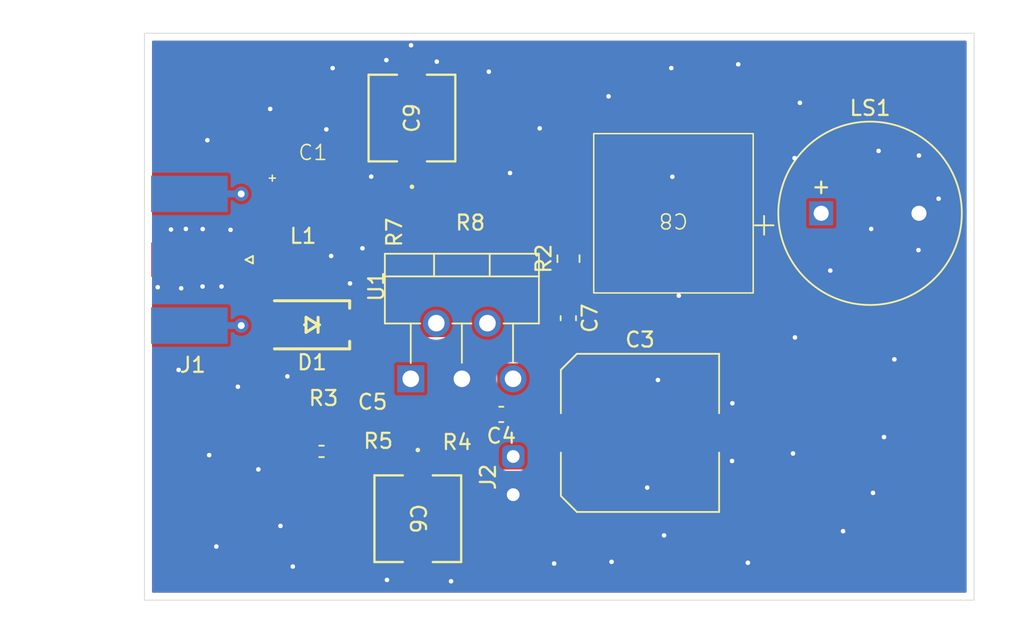
<source format=kicad_pcb>
(kicad_pcb (version 20240108) (generator "pcbnew") (generator_version "8.0")
  (layers (0 "F.Cu" signal) (31 "B.Cu" signal) (34 "B.Paste" user) (35 "F.Paste" user) (36 "B.SilkS" user "B.Silkscreen") (37 "F.SilkS" user "F.Silkscreen") (38 "B.Mask" user) (39 "F.Mask" user) (44 "Edge.Cuts" user))
  (net 0 "")
  (net 1 "GND")
  (net 2 "Net-(D1-A)")
  (net 3 "/V+")
  (net 4 "Net-(U1-+)")
  (net 5 "Net-(C6-Pad1)")
  (net 6 "Net-(C7-Pad1)")
  (net 7 "Net-(LS1-+)")
  (net 8 "/V_F")
  (net 9 "Net-(C9-Pad1)")
  (net 10 "Net-(U1--)")
  (net 11 "/VSS")
  (footprint "Capacitor_SMD:Cap_Elec_10.4x10.4" (layer "F.Cu") (at 181.6247 61.27 180)
    (property "Reference" "C8" (at 0 -0.5 180) (layer "F.SilkS") (effects (font (thickness 0.1))))
    (property "Value" "2200uF")
    (fp_line (start -6.025 -1.425) (end -6.025 -0.175) (stroke (width 0.12)) (layer "F.SilkS"))
    (fp_line (start -6.65 -0.8) (end -5.4 -0.8) (stroke (width 0.12)) (layer "F.SilkS"))
    (fp_rect (start -5.3 -5.3) (end 5.3 5.3) (stroke (width 0.1)) (fill none) (layer "F.SilkS"))
    (pad "1" smd roundrect (at -3.7 0 180) (size 3 1) (layers "F.Cu" "F.Paste" "F.Mask") (roundrect_rratio 0.1) (net 7 "Net-(LS1-+)"))
    (pad "2" smd roundrect (at 3.7 0 180) (size 3 1) (layers "F.Cu" "F.Paste" "F.Mask") (roundrect_rratio 0.1) (net 8 "/V_F"))
  )
  (footprint "Capacitor_SMD:C_Elec_10x10.2" (layer "F.Cu") (at 179.4 75.88)
    (property "Reference" "C3" (at 0 -6.2 0) (layer "F.SilkS"))
    (property "Value" "100uF")
    (fp_line (start -5.26 -4.195563) (end -5.26 -1.31) (stroke (width 0.12)) (layer "F.SilkS"))
    (fp_line (start -5.26 -4.195563) (end -4.195563 -5.26) (stroke (width 0.12)) (layer "F.SilkS"))
    (fp_line (start -5.26 4.195563) (end -5.26 1.31) (stroke (width 0.12)) (layer "F.SilkS"))
    (fp_line (start -5.26 4.195563) (end -4.195563 5.26) (stroke (width 0.12)) (layer "F.SilkS"))
    (fp_line (start -4.195563 -5.26) (end 5.26 -5.26) (stroke (width 0.12)) (layer "F.SilkS"))
    (fp_line (start -4.195563 5.26) (end 5.26 5.26) (stroke (width 0.12)) (layer "F.SilkS"))
    (fp_line (start 5.26 -5.26) (end 5.26 -1.31) (stroke (width 0.12)) (layer "F.SilkS"))
    (fp_line (start 5.26 5.26) (end 5.26 1.31) (stroke (width 0.12)) (layer "F.SilkS"))
    (pad "1" smd roundrect (at -4.4 0) (size 4.6 2.1) (layers "F.Cu" "F.Paste" "F.Mask") (roundrect_rratio 0.119048) (net 11 "/VSS"))
    (pad "2" smd roundrect (at 4.4 0) (size 4.6 2.1) (layers "F.Cu" "F.Paste" "F.Mask") (roundrect_rratio 0.119048) (net 1 "GND"))
  )
  (footprint "Variable Capacitors:Murata_7-50pF" (layer "F.Cu") (at 157.65625 59.93)
    (property "Reference" "C1" (at 0 -2.7 0) (layer "F.SilkS") (effects (font (thickness 0.1))))
    (property "Value" "7-50pF")
    (fp_line (start -2.9 -1) (end -2.5 -1) (stroke (width 0.1)) (layer "F.SilkS"))
    (fp_line (start -2.7 -1.2) (end -2.7 -0.8) (stroke (width 0.1)) (layer "F.SilkS"))
    (pad "1" smd rect (at -2 0) (size 1.075 1.25) (layers "F.Cu" "F.Paste" "F.Mask") (net 2 "Net-(D1-A)"))
    (pad "2" smd rect (at 2 0) (size 1.075 1.25) (layers "F.Cu" "F.Paste" "F.Mask") (net 1 "GND"))
  )
  (footprint "yume:Yu-R_0402_mil" (layer "F.Cu") (at 162 77.59)
    (property "Reference" "R5" (at 0 -1.17 0) (layer "F.SilkS"))
    (property "Value" "22k")
    (pad "1" smd roundrect (at -0.5 0) (size 0.6 0.6) (layers "F.Cu" "F.Paste" "F.Mask") (net 1 "GND"))
    (pad "2" smd roundrect (at 0.5 0) (size 0.6 0.6) (layers "F.Cu" "F.Paste" "F.Mask") (net 5 "Net-(C6-Pad1)"))
  )
  (footprint "Resistor_SMD:R_0805_2012Metric" (layer "F.Cu") (at 174.6447 64.2894 90)
    (property "Reference" "R2" (at 0 -1.65 90) (layer "F.SilkS"))
    (property "Value" "1")
    (fp_line (start -0.227064 -0.735) (end 0.227064 -0.735) (stroke (width 0.12)) (layer "F.SilkS"))
    (fp_line (start -0.227064 0.735) (end 0.227064 0.735) (stroke (width 0.12)) (layer "F.SilkS"))
    (pad "1" smd roundrect (at -0.9125 0 90) (size 1.025 1.4) (layers "F.Cu" "F.Paste" "F.Mask") (roundrect_rratio 0.243902) (net 6 "Net-(C7-Pad1)"))
    (pad "2" smd roundrect (at 0.9125 0 90) (size 1.025 1.4) (layers "F.Cu" "F.Paste" "F.Mask") (roundrect_rratio 0.243902) (net 8 "/V_F"))
  )
  (footprint "yume:Yu-R_0402_mil" (layer "F.Cu") (at 167.2 77.63)
    (property "Reference" "R4" (at 0.04 -1.13 0) (layer "F.SilkS"))
    (property "Value" "22k")
    (pad "1" smd roundrect (at -0.5 0) (size 0.6 0.6) (layers "F.Cu" "F.Paste" "F.Mask") (net 5 "Net-(C6-Pad1)"))
    (pad "2" smd roundrect (at 0.5 0) (size 0.6 0.6) (layers "F.Cu" "F.Paste" "F.Mask") (net 11 "/VSS"))
  )
  (footprint "yume:Yu-R_0402_mil" (layer "F.Cu") (at 164.24 62.5349 90)
    (property "Reference" "R7" (at 0 -1.17 90) (layer "F.SilkS"))
    (property "Value" "10k")
    (pad "1" smd roundrect (at -0.5 0 90) (size 0.6 0.6) (layers "F.Cu" "F.Paste" "F.Mask") (net 10 "Net-(U1--)"))
    (pad "2" smd roundrect (at 0.5 0 90) (size 0.6 0.6) (layers "F.Cu" "F.Paste" "F.Mask") (net 9 "Net-(C9-Pad1)"))
  )
  (footprint "yume:Yu-D_SMA" (layer "F.Cu") (at 157.6 68.69 180)
    (property "Reference" "D1" (at 0 -2.5 0) (layer "F.SilkS"))
    (property "Value" "D")
    (fp_line (start 0.4 0.5) (end -0.4 0) (stroke (width 0.2)) (layer "F.SilkS"))
    (fp_line (start 0.4 0) (end 0.5 0) (stroke (width 0.2)) (layer "F.SilkS"))
    (fp_line (start 0.4 -0.5) (end 0.4 0.5) (stroke (width 0.2)) (layer "F.SilkS"))
    (fp_line (start -0.4 0) (end 0.4 -0.5) (stroke (width 0.2)) (layer "F.SilkS"))
    (fp_line (start -0.4 0) (end -0.5 0) (stroke (width 0.2)) (layer "F.SilkS"))
    (fp_line (start -0.4 -0.5) (end -0.4 0.5) (stroke (width 0.2)) (layer "F.SilkS"))
    (fp_line (start -2.5 1.6) (end 2.5 1.6) (stroke (width 0.2)) (layer "F.SilkS"))
    (fp_line (start -2.5 1.1) (end -2.5 1.6) (stroke (width 0.2)) (layer "F.SilkS"))
    (fp_line (start -2.5 -1.6) (end 2.5 -1.6) (stroke (width 0.2)) (layer "F.SilkS"))
    (fp_line (start -2.5 -1.6) (end -2.5 -1.1) (stroke (width 0.2)) (layer "F.SilkS"))
    (pad "1" smd roundrect (at -2 0 180) (size 2.5 1.8) (layers "F.Cu" "F.Paste" "F.Mask") (net 3 "/V+"))
    (pad "2" smd roundrect (at 2 0 180) (size 2.5 1.8) (layers "F.Cu" "F.Paste" "F.Mask") (net 2 "Net-(D1-A)"))
  )
  (footprint "Buzzer_Beeper:MagneticBuzzer_ProSignal_ABT-410-RC" (layer "F.Cu") (at 191.4447 61.27)
    (property "Reference" "LS1" (at 3.25 -7 0) (layer "F.SilkS"))
    (property "Value" "Earphone")
    (fp_circle (center 3.25 0) (end 9.35 0) (stroke (width 0.12)) (fill none) (layer "F.SilkS"))
    (fp_text user "+" (at 0 -1.8 0) (layer "F.SilkS"))
    (pad "1" thru_hole rect (at 0 0) (size 1.6 1.6) (drill 1) (layers "*.Cu" "*.Mask") (net 7 "Net-(LS1-+)"))
    (pad "2" thru_hole circle (at 6.5 0) (size 1.6 1.6) (drill 1) (layers "*.Cu" "*.Mask") (net 1 "GND"))
  )
  (footprint "yume:Yu-R_0402_mil" (layer "F.Cu") (at 158.35 72.64 180)
    (property "Reference" "R3" (at -0.01 -0.93 0) (layer "F.SilkS"))
    (property "Value" "1M")
    (pad "1" smd roundrect (at -0.5 0 180) (size 0.6 0.6) (layers "F.Cu" "F.Paste" "F.Mask") (net 3 "/V+"))
    (pad "2" smd roundrect (at 0.5 0 180) (size 0.6 0.6) (layers "F.Cu" "F.Paste" "F.Mask") (net 1 "GND"))
  )
  (footprint "Capacitor_SMD:C_0603_1608Metric" (layer "F.Cu") (at 170.18 74.65 180)
    (property "Reference" "C4" (at 0 -1.43 0) (layer "F.SilkS"))
    (property "Value" "0.2nF")
    (fp_line (start -0.14058 0.51) (end 0.14058 0.51) (stroke (width 0.12)) (layer "F.SilkS"))
    (fp_line (start -0.14058 -0.51) (end 0.14058 -0.51) (stroke (width 0.12)) (layer "F.SilkS"))
    (pad "1" smd roundrect (at -0.775 0 180) (size 0.9 0.95) (layers "F.Cu" "F.Paste" "F.Mask") (net 11 "/VSS"))
    (pad "2" smd roundrect (at 0.775 0 180) (size 0.9 0.95) (layers "F.Cu" "F.Paste" "F.Mask") (net 1 "GND"))
  )
  (footprint "yume:Yu-L_0603_mil" (layer "F.Cu") (at 157 64.21)
    (property "Reference" "L1" (at 0 -1.43 0) (layer "F.SilkS"))
    (property "Value" "1mH")
    (pad "1" smd roundrect (at -0.75 0) (size 0.9 0.9) (layers "F.Cu" "F.Paste" "F.Mask") (net 2 "Net-(D1-A)"))
    (pad "2" smd roundrect (at 0.75 0) (size 0.9 0.9) (layers "F.Cu" "F.Paste" "F.Mask") (net 1 "GND"))
  )
  (footprint "Capacitor_SMD:CAP_B6-SVPK_PAN-M" (layer "F.Cu") (at 164.63 81.5894 -90)
    (property "Reference" "C6" (at 0 0 -90) (layer "F.SilkS"))
    (property "Value" "10uF")
    (fp_line (start -2.8829 2.8829) (end 2.8829 2.8829) (stroke (width 0.1524)) (layer "F.SilkS"))
    (fp_line (start 2.8829 2.8829) (end 2.8829 0.99314) (stroke (width 0.1524)) (layer "F.SilkS"))
    (fp_line (start -2.8829 0.99314) (end -2.8829 2.8829) (stroke (width 0.1524)) (layer "F.SilkS"))
    (fp_line (start 2.8829 -0.99314) (end 2.8829 -2.8829) (stroke (width 0.1524)) (layer "F.SilkS"))
    (fp_line (start -2.8829 -2.8829) (end -2.8829 -0.99314) (stroke (width 0.1524)) (layer "F.SilkS"))
    (fp_line (start 2.8829 -2.8829) (end -2.8829 -2.8829) (stroke (width 0.1524)) (layer "F.SilkS"))
    (fp_circle (center -4.572 0) (end -4.4958 0) (stroke (width 0.1524)) (fill none) (layer "F.SilkS"))
    (pad "1" smd rect (at -2.2606 0 270) (size 3.0988 1.3208) (layers "F.Cu" "F.Paste" "F.Mask") (net 5 "Net-(C6-Pad1)"))
    (pad "2" smd rect (at 2.2606 0 270) (size 3.0988 1.3208) (layers "F.Cu" "F.Paste" "F.Mask") (net 1 "GND"))
    (zone (net 0) (net_name "") (layer "F.Cu") (connect_pads (clearance 0)) (min_thickness 0.254)
      (keepout (tracks not_allowed) (vias not_allowed) (pads allowed) (copperpour not_allowed) (footprints allowed))
      (fill (thermal_gap 0.508) (thermal_bridge_width 0.508))
      (polygon (pts (xy 163.9188 78.8843) (xy 163.9188 84.2945) (xy 161.9249 84.2945) (xy 161.9249 78.8843)))
    )
    (zone (net 0) (net_name "") (layer "F.Cu") (connect_pads (clearance 0)) (min_thickness 0.254)
      (keepout (tracks not_allowed) (vias not_allowed) (pads allowed) (copperpour not_allowed) (footprints allowed))
      (fill (thermal_gap 0.508) (thermal_bridge_width 0.508))
      (polygon (pts (xy 165.3412 80.929) (xy 165.3412 82.2498) (xy 163.9188 82.2498) (xy 163.9188 80.929)))
    )
    (zone (net 0) (net_name "") (layer "F.Cu") (connect_pads (clearance 0)) (min_thickness 0.254)
      (keepout (tracks not_allowed) (vias not_allowed) (pads allowed) (copperpour not_allowed) (footprints allowed))
      (fill (thermal_gap 0.508) (thermal_bridge_width 0.508))
      (polygon (pts (xy 167.3351 78.8843) (xy 167.3351 84.2945) (xy 165.3412 84.2945) (xy 165.3412 78.8843)))
    )
  )
  (footprint "Capacitor_SMD:CAP_B6-SVPK_PAN-M" (layer "F.Cu") (at 164.24 54.9349 90)
    (property "Reference" "C9" (at 0 0 90) (layer "F.SilkS"))
    (property "Value" "10uF")
    (fp_line (start 2.8829 -2.8829) (end -2.8829 -2.8829) (stroke (width 0.1524)) (layer "F.SilkS"))
    (fp_line (start -2.8829 -2.8829) (end -2.8829 -0.99314) (stroke (width 0.1524)) (layer "F.SilkS"))
    (fp_line (start 2.8829 -0.99314) (end 2.8829 -2.8829) (stroke (width 0.1524)) (layer "F.SilkS"))
    (fp_line (start -2.8829 0.99314) (end -2.8829 2.8829) (stroke (width 0.1524)) (layer "F.SilkS"))
    (fp_line (start 2.8829 2.8829) (end 2.8829 0.99314) (stroke (width 0.1524)) (layer "F.SilkS"))
    (fp_line (start -2.8829 2.8829) (end 2.8829 2.8829) (stroke (width 0.1524)) (layer "F.SilkS"))
    (fp_circle (center -4.572 0) (end -4.4958 0) (stroke (width 0.1524)) (fill none) (layer "F.SilkS"))
    (pad "1" smd rect (at -2.2606 0 90) (size 3.0988 1.3208) (layers "F.Cu" "F.Paste" "F.Mask") (net 9 "Net-(C9-Pad1)"))
    (pad "2" smd rect (at 2.2606 0 90) (size 3.0988 1.3208) (layers "F.Cu" "F.Paste" "F.Mask") (net 1 "GND"))
    (zone (net 0) (net_name "") (layer "F.Cu") (connect_pads (clearance 0)) (min_thickness 0.254)
      (keepout (tracks not_allowed) (vias not_allowed) (pads allowed) (copperpour not_allowed) (footprints allowed))
      (fill (thermal_gap 0.508) (thermal_bridge_width 0.508))
      (polygon (pts (xy 161.5349 57.64) (xy 161.5349 52.2298) (xy 163.5288 52.2298) (xy 163.5288 57.64)))
    )
    (zone (net 0) (net_name "") (layer "F.Cu") (connect_pads (clearance 0)) (min_thickness 0.254)
      (keepout (tracks not_allowed) (vias not_allowed) (pads allowed) (copperpour not_allowed) (footprints allowed))
      (fill (thermal_gap 0.508) (thermal_bridge_width 0.508))
      (polygon (pts (xy 163.5288 55.5953) (xy 163.5288 54.2745) (xy 164.9512 54.2745) (xy 164.9512 55.5953)))
    )
    (zone (net 0) (net_name "") (layer "F.Cu") (connect_pads (clearance 0)) (min_thickness 0.254)
      (keepout (tracks not_allowed) (vias not_allowed) (pads allowed) (copperpour not_allowed) (footprints allowed))
      (fill (thermal_gap 0.508) (thermal_bridge_width 0.508))
      (polygon (pts (xy 164.9512 57.64) (xy 164.9512 52.2298) (xy 166.9451 52.2298) (xy 166.9451 57.64)))
    )
  )
  (footprint "yume:Yu-C_0402_mil" (layer "F.Cu") (at 158.33 74.74 180)
    (property "Reference" "C2" (hide yes))
    (property "Value" "22uF")
    (pad "1" smd roundrect (at -0.5 0 180) (size 0.6 0.6) (layers "F.Cu" "F.Paste" "F.Mask") (net 3 "/V+"))
    (pad "2" smd roundrect (at 0.5 0 180) (size 0.6 0.6) (layers "F.Cu" "F.Paste" "F.Mask") (net 1 "GND"))
  )
  (footprint "yume:Yu-Pin-1x02-2.54-1.5-0.85-1" (layer "F.Cu") (at 170.97 77.45)
    (property "Reference" "J2" (at -1.67 1.36 90) (layer "F.SilkS"))
    (property "Value" "Conn_01x02_Pin")
    (pad "1" thru_hole roundrect (at 0 0) (size 1.5 1.5) (drill 0.85) (layers "*.Cu" "*.Mask") (net 11 "/VSS"))
    (pad "2" thru_hole circle (at 0 2.54) (size 1.5 1.5) (drill 0.85) (layers "*.Cu" "*.Mask") (net 1 "GND"))
  )
  (footprint "Connector_Coaxial:SMA_Molex_73251-1153_EdgeMount_Horizontal" (layer "F.Cu") (at 151.17 64.36)
    (property "Reference" "J1" (at -1.5 7 0) (layer "F.SilkS"))
    (property "Value" "Conn_Coaxial")
    (fp_line (start 2 0) (end 2.5 -0.25) (stroke (width 0.12)) (layer "F.SilkS"))
    (fp_line (start 2.5 -0.25) (end 2.5 0.25) (stroke (width 0.12)) (layer "F.SilkS"))
    (fp_line (start 2.5 0.25) (end 2 0) (stroke (width 0.12)) (layer "F.SilkS"))
    (pad "1" smd rect (at -1.72 0) (size 5.08 2.29) (layers "F.Cu" "F.Paste" "F.Mask") (net 1 "GND"))
    (pad "2" smd rect (at -1.72 -4.38) (size 5.08 2.42) (layers "F.Cu" "F.Paste" "F.Mask") (net 2 "Net-(D1-A)"))
    (pad "2" smd rect (at -1.72 -4.38) (size 5.08 2.42) (layers "B.Cu" "B.Paste" "B.Mask") (net 2 "Net-(D1-A)"))
    (pad "2" smd rect (at -1.72 4.38) (size 5.08 2.42) (layers "F.Cu" "F.Paste" "F.Mask") (net 2 "Net-(D1-A)"))
    (pad "2" smd rect (at -1.72 4.38) (size 5.08 2.42) (layers "B.Cu" "B.Paste" "B.Mask") (net 2 "Net-(D1-A)"))
    (pad "2" smd rect (at 1.27 -4.38) (size 0.95 0.46) (layers "F.Cu") (net 2 "Net-(D1-A)"))
    (pad "2" smd rect (at 1.27 -4.38) (size 0.95 0.46) (layers "B.Cu") (net 2 "Net-(D1-A)"))
    (pad "2" smd rect (at 1.27 4.38) (size 0.95 0.46) (layers "F.Cu") (net 2 "Net-(D1-A)"))
    (pad "2" smd rect (at 1.27 4.38) (size 0.95 0.46) (layers "B.Cu") (net 2 "Net-(D1-A)"))
    (pad "2" thru_hole circle (at 1.72 -4.38) (size 0.97 0.97) (drill 0.46) (layers "*.Cu") (net 2 "Net-(D1-A)"))
    (pad "2" thru_hole circle (at 1.72 4.38) (size 0.97 0.97) (drill 0.46) (layers "*.Cu") (net 2 "Net-(D1-A)"))
  )
  (footprint "Package_TO_SOT_THT:TO-220-5_P3.4x3.7mm_StaggerOdd_Lead3.8mm_Vertical" (layer "F.Cu") (at 164.16 72.28)
    (property "Reference" "U1" (at -2.29 -6.15 90) (layer "F.SilkS"))
    (property "Value" "LM1875")
    (fp_line (start -1.721 -8.32) (end -1.721 -3.679) (stroke (width 0.12)) (layer "F.SilkS"))
    (fp_line (start -1.721 -8.32) (end 8.52 -8.32) (stroke (width 0.12)) (layer "F.SilkS"))
    (fp_line (start -1.721 -6.811) (end 8.52 -6.811) (stroke (width 0.12)) (layer "F.SilkS"))
    (fp_line (start -1.721 -3.679) (end 0.635 -3.679) (stroke (width 0.12)) (layer "F.SilkS"))
    (fp_line (start 0 -3.679) (end 0 -1.049) (stroke (width 0.12)) (layer "F.SilkS"))
    (fp_line (start 1.55 -8.32) (end 1.55 -6.811) (stroke (width 0.12)) (layer "F.SilkS"))
    (fp_line (start 2.765 -3.679) (end 4.035 -3.679) (stroke (width 0.12)) (layer "F.SilkS"))
    (fp_line (start 3.4 -3.679) (end 3.4 -1.065) (stroke (width 0.12)) (layer "F.SilkS"))
    (fp_line (start 5.25 -8.32) (end 5.25 -6.811) (stroke (width 0.12)) (layer "F.SilkS"))
    (fp_line (start 6.165 -3.679) (end 8.52 -3.679) (stroke (width 0.12)) (layer "F.SilkS"))
    (fp_line (start 6.8 -3.679) (end 6.8 -1.065) (stroke (width 0.12)) (layer "F.SilkS"))
    (fp_line (start 8.52 -8.32) (end 8.52 -3.679) (stroke (width 0.12)) (layer "F.SilkS"))
    (pad "1" thru_hole rect (at 0 0) (size 1.8 1.8) (drill 1.1) (layers "*.Cu" "*.Mask") (net 4 "Net-(U1-+)"))
    (pad "2" thru_hole oval (at 1.7 -3.7) (size 1.8 1.8) (drill 1.1) (layers "*.Cu" "*.Mask") (net 10 "Net-(U1--)"))
    (pad "3" thru_hole oval (at 3.4 0) (size 1.8 1.8) (drill 1.1) (layers "*.Cu" "*.Mask") (net 1 "GND"))
    (pad "4" thru_hole oval (at 5.1 -3.7) (size 1.8 1.8) (drill 1.1) (layers "*.Cu" "*.Mask") (net 8 "/V_F"))
    (pad "5" thru_hole oval (at 6.8 0) (size 1.8 1.8) (drill 1.1) (layers "*.Cu" "*.Mask") (net 11 "/VSS"))
  )
  (footprint "yume:Yu-R_0402_mil" (layer "F.Cu") (at 168.16 63.09 180)
    (property "Reference" "R8" (at 0.04 1.19 0) (layer "F.SilkS"))
    (property "Value" "200k")
    (pad "1" smd roundrect (at -0.5 0 180) (size 0.6 0.6) (layers "F.Cu" "F.Paste" "F.Mask") (net 8 "/V_F"))
    (pad "2" smd roundrect (at 0.5 0 180) (size 0.6 0.6) (layers "F.Cu" "F.Paste" "F.Mask") (net 10 "Net-(U1--)"))
  )
  (footprint "Resistor_SMD:R_0402_1005Metric" (layer "F.Cu") (at 158.23 77.11 180)
    (property "Reference" "R1" (hide yes))
    (property "Value" "100k")
    (fp_line (start -0.153641 0.38) (end 0.153641 0.38) (stroke (width 0.12)) (layer "F.SilkS"))
    (fp_line (start -0.153641 -0.38) (end 0.153641 -0.38) (stroke (width 0.12)) (layer "F.SilkS"))
    (pad "1" smd roundrect (at -0.51 0 180) (size 0.54 0.64) (layers "F.Cu" "F.Paste" "F.Mask") (net 3 "/V+"))
    (pad "2" smd roundrect (at 0.51 0 180) (size 0.54 0.64) (layers "F.Cu" "F.Paste" "F.Mask") (net 1 "GND"))
  )
  (footprint "yume:Yu-R_0402_mil" (layer "F.Cu") (at 164.7 75.54 90)
    (property "Reference" "R6" (hide yes))
    (property "Value" "22k")
    (pad "1" smd roundrect (at -0.5 0 90) (size 0.6 0.6) (layers "F.Cu" "F.Paste" "F.Mask") (net 5 "Net-(C6-Pad1)"))
    (pad "2" smd roundrect (at 0.5 0 90) (size 0.6 0.6) (layers "F.Cu" "F.Paste" "F.Mask") (net 4 "Net-(U1-+)"))
  )
  (footprint "yume:Yu-C_0402_mil" (layer "F.Cu") (at 161.62 74.98)
    (property "Reference" "C5" (at 0 -1.16 0) (layer "F.SilkS"))
    (property "Value" "1uF")
    (pad "1" smd roundrect (at -0.5 0) (size 0.6 0.6) (layers "F.Cu" "F.Paste" "F.Mask") (net 3 "/V+"))
    (pad "2" smd roundrect (at 0.5 0) (size 0.6 0.6) (layers "F.Cu" "F.Paste" "F.Mask") (net 4 "Net-(U1-+)"))
  )
  (footprint "Capacitor_SMD:C_0603_1608Metric" (layer "F.Cu") (at 174.6347 68.25 -90)
    (property "Reference" "C7" (at 0 -1.43 90) (layer "F.SilkS"))
    (property "Value" "0.22uF")
    (fp_line (start -0.14058 0.51) (end 0.14058 0.51) (stroke (width 0.12)) (layer "F.SilkS"))
    (fp_line (start -0.14058 -0.51) (end 0.14058 -0.51) (stroke (width 0.12)) (layer "F.SilkS"))
    (pad "1" smd roundrect (at -0.775 0 270) (size 0.9 0.95) (layers "F.Cu" "F.Paste" "F.Mask") (net 6 "Net-(C7-Pad1)"))
    (pad "2" smd roundrect (at 0.775 0 270) (size 0.9 0.95) (layers "F.Cu" "F.Paste" "F.Mask") (net 1 "GND"))
  )
  (gr_rect (start 146.46 49.29) (end 201.61 87.01) (stroke (width 0.05)) (fill none) (layer "Edge.Cuts"))
  (segment (start 161.5 77.59) (end 161.31 77.59) (width 0.2) (layer "F.Cu") (net 1))
  (segment (start 164.24 50.15) (end 164.18 50.09) (width 0.2) (layer "F.Cu") (net 1))
  (segment (start 157.65 77.18) (end 157.72 77.11) (width 0.2) (layer "F.Cu") (net 1))
  (segment (start 185.52 77.75) (end 185.52 77.66) (width 0.2) (layer "F.Cu") (net 1))
  (segment (start 166.58 85.75) (end 166.84 85.75) (width 0.2) (layer "F.Cu") (net 1))
  (segment (start 157.78 74.79) (end 157.83 74.74) (width 0.2) (layer "F.Cu") (net 1))
  (segment (start 185.54 73.91) (end 185.54 74.18) (width 0.2) (layer "F.Cu") (net 1))
  (segment (start 158.77 64.21) (end 158.87 64.11) (width 0.2) (layer "F.Cu") (net 1))
  (segment (start 157.82 72.67) (end 157.85 72.64) (width 0.2) (layer "F.Cu") (net 1))
  (via (at 154.03 78.31) (size 0.6) (drill 0.3) (layers "F.Cu" "B.Cu") (net 1))
  (via (at 195.62 76.16) (size 0.6) (drill 0.3) (layers "F.Cu" "B.Cu") (net 1))
  (via (at 161.53 58.83) (size 0.6) (drill 0.3) (layers "F.Cu" "B.Cu") (net 1))
  (via (at 155.5 82.07) (size 0.6) (drill 0.3) (layers "F.Cu" "B.Cu") (net 1))
  (via (at 160.123399 65.937934) (size 0.6) (drill 0.3) (layers "F.Cu" "B.Cu") (net 1))
  (via (at 189.676081 57.596919) (size 0.6) (drill 0.3) (layers "F.Cu" "B.Cu") (net 1))
  (via (at 197.91 63.72) (size 0.6) (drill 0.3) (layers "F.Cu" "B.Cu") (net 1))
  (via (at 181 82.7) (size 0.6) (drill 0.3) (layers "F.Cu" "B.Cu") (net 1))
  (via (at 151.58 66.14) (size 0.6) (drill 0.3) (layers "F.Cu" "B.Cu") (net 1))
  (via (at 186.57 84.52) (size 0.6) (drill 0.3) (layers "F.Cu" "B.Cu") (net 1))
  (via (at 180.59 72.36) (size 0.6) (drill 0.3) (layers "F.Cu" "B.Cu") (net 1))
  (via (at 173.69 84.57) (size 0.6) (drill 0.3) (layers "F.Cu" "B.Cu") (net 1))
  (via (at 189.7 69.53) (size 0.6) (drill 0.3) (layers "F.Cu" "B.Cu") (net 1))
  (via (at 152.67 72.81) (size 0.6) (drill 0.3) (layers "F.Cu" "B.Cu") (net 1))
  (via (at 185.52 77.75) (size 0.6) (drill 0.3) (layers "F.Cu" "B.Cu") (net 1))
  (via (at 150.64 56.41) (size 0.6) (drill 0.3) (layers "F.Cu" "B.Cu") (net 1))
  (via (at 150.32 66.14) (size 0.6) (drill 0.3) (layers "F.Cu" "B.Cu") (net 1))
  (via (at 181.48 51.61) (size 0.6) (drill 0.3) (layers "F.Cu" "B.Cu") (net 1))
  (via (at 155.96 72.12) (size 0.6) (drill 0.3) (layers "F.Cu" "B.Cu") (net 1))
  (via (at 148.9 66.26) (size 0.6) (drill 0.3) (layers "F.Cu" "B.Cu") (net 1))
  (via (at 166.84 85.75) (size 0.6) (drill 0.3) (layers "F.Cu" "B.Cu") (net 1))
  (via (at 189.57 77.25) (size 0.6) (drill 0.3) (layers "F.Cu" "B.Cu") (net 1))
  (via (at 185.93 51.36) (size 0.6) (drill 0.3) (layers "F.Cu" "B.Cu") (net 1))
  (via (at 160.95 63.6) (size 0.6) (drill 0.3) (layers "F.Cu" "B.Cu") (net 1))
  (via (at 165.89 51.18) (size 0.6) (drill 0.3) (layers "F.Cu" "B.Cu") (net 1))
  (via (at 194.77 62.31) (size 0.6) (drill 0.3) (layers "F.Cu" "B.Cu") (net 1))
  (via (at 158.55 55.69) (size 0.6) (drill 0.3) (layers "F.Cu" "B.Cu") (net 1))
  (via (at 181.98 66.75) (size 0.6) (drill 0.3) (layers "F.Cu" "B.Cu") (net 1))
  (via (at 162.58 85.66) (size 0.6) (drill 0.3) (layers "F.Cu" "B.Cu") (net 1))
  (via (at 158.87 64.11) (size 0.6) (drill 0.3) (layers "F.Cu" "B.Cu") (net 1))
  (via (at 162.54 51.08) (size 0.6) (drill 0.3) (layers "F.Cu" "B.Cu") (net 1))
  (via (at 158.967987 51.612103) (size 0.6) (drill 0.3) (layers "F.Cu" "B.Cu") (net 1))
  (via (at 195.26 57.12) (size 0.6) (drill 0.3) (layers "F.Cu" "B.Cu") (net 1))
  (via (at 156.32 84.77) (size 0.6) (drill 0.3) (layers "F.Cu" "B.Cu") (net 1))
  (via (at 170.76 58.59) (size 0.6) (drill 0.3) (layers "F.Cu" "B.Cu") (net 1))
  (via (at 151.237908 83.440981) (size 0.6) (drill 0.3) (layers "F.Cu" "B.Cu") (net 1))
  (via (at 177.51 84.46) (size 0.6) (drill 0.3) (layers "F.Cu" "B.Cu") (net 1))
  (via (at 192.9 82.42) (size 0.6) (drill 0.3) (layers "F.Cu" "B.Cu") (net 1))
  (via (at 152.18 62.37) (size 0.6) (drill 0.3) (layers "F.Cu" "B.Cu") (net 1))
  (via (at 149.21 62.31) (size 0.6) (drill 0.3) (layers "F.Cu" "B.Cu") (net 1))
  (via (at 147.34 66.19) (size 0.6) (drill 0.3) (layers "F.Cu" "B.Cu") (net 1))
  (via (at 148.73 71.69) (size 0.6) (drill 0.3) (layers "F.Cu" "B.Cu") (net 1))
  (via (at 164.18 50.09) (size 0.6) (drill 0.3) (layers "F.Cu" "B.Cu") (net 1))
  (via (at 177.31 53.49) (size 0.6) (drill 0.3) (layers "F.Cu" "B.Cu") (net 1))
  (via (at 172.73 55.62) (size 0.6) (drill 0.3) (layers "F.Cu" "B.Cu") (net 1))
  (via (at 150.76 77.36) (size 0.6) (drill 0.3) (layers "F.Cu" "B.Cu") (net 1))
  (via (at 154.816729 54.326388) (size 0.6) (drill 0.3) (layers "F.Cu" "B.Cu") (net 1))
  (via (at 192.05 65.08) (size 0.6) (drill 0.3) (layers "F.Cu" "B.Cu") (net 1))
  (via (at 185.54 73.91) (size 0.6) (drill 0.3) (layers "F.Cu" "B.Cu") (net 1))
  (via (at 197.94279 57.427206) (size 0.6) (drill 0.3) (layers "F.Cu" "B.Cu") (net 1))
  (via (at 194.89 79.87) (size 0.6) (drill 0.3) (layers "F.Cu" "B.Cu") (net 1))
  (via (at 196.31 70.99) (size 0.6) (drill 0.3) (layers "F.Cu" "B.Cu") (net 1))
  (via (at 190.03 53.92) (size 0.6) (drill 0.3) (layers "F.Cu" "B.Cu") (net 1))
  (via (at 148.22 62.35) (size 0.6) (drill 0.3) (layers "F.Cu" "B.Cu") (net 1))
  (via (at 150.33 62.32) (size 0.6) (drill 0.3) (layers "F.Cu" "B.Cu") (net 1))
  (via (at 199.25 60.3) (size 0.6) (drill 0.3) (layers "F.Cu" "B.Cu") (net 1))
  (via (at 181.55 58.84) (size 0.6) (drill 0.3) (layers "F.Cu" "B.Cu") (net 1))
  (via (at 179.88 79.52) (size 0.6) (drill 0.3) (layers "F.Cu" "B.Cu") (net 1))
  (via (at 169.35 51.85) (size 0.6) (drill 0.3) (layers "F.Cu" "B.Cu") (net 1))
  (segment (start 162.18 75.04) (end 162.12 74.98) (width 0.2) (layer "F.Cu") (net 4))
  (segment (start 174.6347 67.475) (end 174.6347 65.2119) (width 0.2) (layer "F.Cu") (net 6))
  (segment (start 174.6347 65.2119) (end 174.6447 65.2019) (width 0.2) (layer "F.Cu") (net 6))
  (segment (start 164.24 61.0149) (end 164.24 59.5049) (width 0.45) (layer "F.Cu") (net 9))
  (segment (start 164.24 57.1955) (end 164.24 59.5049) (width 0.75) (layer "F.Cu") (net 9))
  (segment (start 164.24 62.0349) (end 164.24 61.0149) (width 0.2) (layer "F.Cu") (net 9))
  (zone (net 10) (net_name "Net-(U1--)") (layer "F.Cu") (priority 2) (connect_pads yes (clearance 0.2)) (min_thickness 0.12) (fill yes (thermal_gap 0.5) (thermal_bridge_width 0.5))
    (polygon (pts (xy 168.16 63.09) (xy 168.17 69.48) (xy 163.3 69.55) (xy 163.29 62.51) (xy 168.17 62.55)))
  )
  (zone (net 8) (net_name "/V_F") (layer "F.Cu") (priority 6) (connect_pads yes (clearance 0.2)) (min_thickness 0.12) (fill yes (thermal_gap 0.5) (thermal_bridge_width 0.5))
    (polygon (pts (xy 168.16 63.09) (xy 168.18 69.83) (xy 172.44 69.83) (xy 172.42 64.37) (xy 179.9 64.34) (xy 179.9 60.14) (xy 168.2 60.1)))
  )
  (zone (net 7) (net_name "Net-(LS1-+)") (layer "F.Cu") (priority 8) (connect_pads yes (clearance 0.2)) (min_thickness 0.12) (fill yes (thermal_gap 0.5) (thermal_bridge_width 0.5))
    (polygon (pts (xy 182.92 59.44) (xy 182.9 63.11) (xy 193.47 63.11) (xy 193.45 59.42)))
  )
  (zone (net 4) (net_name "Net-(U1-+)") (layer "F.Cu") (priority 7) (connect_pads yes (clearance 0.2)) (min_thickness 0.12) (fill yes (thermal_gap 0.5) (thermal_bridge_width 0.5))
    (polygon (pts (xy 165.63 71.23) (xy 165.61 75.53) (xy 161.63 75.5) (xy 161.65 71.1) (xy 165.63 71.13)))
  )
  (zone (net 3) (net_name "/V+") (layer "F.Cu") (priority 2) (connect_pads yes (clearance 0.2)) (min_thickness 0.12) (fill yes (thermal_gap 0.5) (thermal_bridge_width 0.5))
    (polygon (pts (xy 158.2 67.1) (xy 158.22 70.05) (xy 158.33 70.05) (xy 158.32 77.74) (xy 160.33 77.74) (xy 160.33 75.87) (xy 161.64 75.87) (xy 161.63 67.04)))
  )
  (zone (net 11) (net_name "/VSS") (layer "F.Cu") (priority 1) (connect_pads yes (clearance 0.2)) (min_thickness 0.12) (fill yes (thermal_gap 0.5) (thermal_bridge_width 0.5))
    (polygon (pts (xy 167.18 78.32) (xy 177.39 78.32) (xy 177.4 71.25) (xy 169.9 71.25) (xy 169.91 73.71) (xy 170.16 73.71) (xy 170.17 75.61) (xy 167.2 75.61)))
  )
  (zone (net 5) (net_name "Net-(C6-Pad1)") (layer "F.Cu") (priority 4) (connect_pads yes (clearance 0.2)) (min_thickness 0.12) (fill yes (thermal_gap 0.5) (thermal_bridge_width 0.5))
    (polygon (pts (xy 164.7 75.54) (xy 167.22 75.56) (xy 167.11 81.27) (xy 161.98 81.26) (xy 162.02 75.55)))
  )
  (zone (net 2) (net_name "Net-(D1-A)") (layer "F.Cu") (priority 3) (connect_pads yes (clearance 0.2)) (min_thickness 0.12) (fill yes (thermal_gap 0.5) (thermal_bridge_width 0.5))
    (polygon (pts (xy 157 64.21) (xy 156.97 70.2) (xy 146.63 70.22) (xy 146.61 66.8) (xy 152.68 66.8) (xy 152.7 61.55) (xy 146.57 61.57) (xy 146.59 58.22) (xy 156.95 58.19)))
  )
  (zone (net 1) (net_name "GND") (layers "F&B.Cu") (priority 1) (connect_pads yes (clearance 0.2)) (min_thickness 0.12) (fill yes (thermal_gap 0.5) (thermal_bridge_width 0.5) (island_removal_mode 1) (island_area_min 10))
    (polygon (pts (xy 144.51 47.8) (xy 144.51 89.07) (xy 204.95 89.07) (xy 204.95 47.08)))
  )
)
</source>
